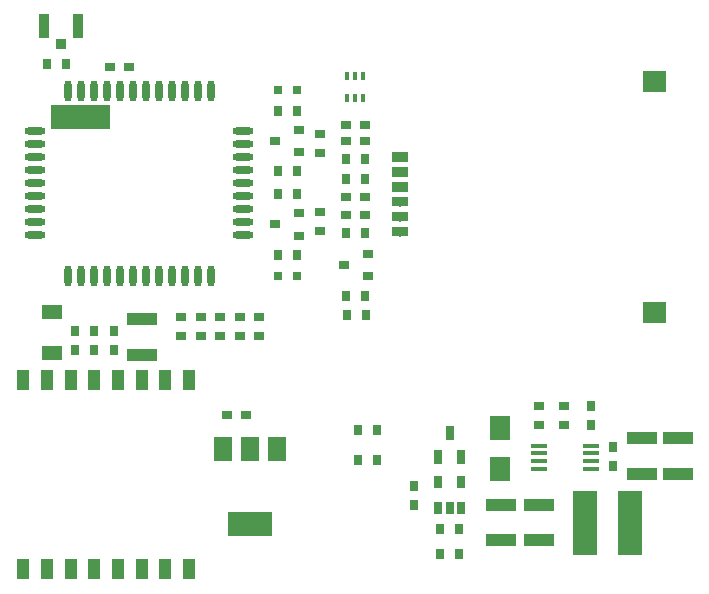
<source format=gtp>
G04 #@! TF.GenerationSoftware,KiCad,Pcbnew,no-vcs-found-23a23d3~58~ubuntu16.04.1*
G04 #@! TF.CreationDate,2017-03-20T15:48:47+07:00*
G04 #@! TF.ProjectId,esp32-cellular-shield,65737033322D63656C6C756C61722D73,rev?*
G04 #@! TF.FileFunction,Paste,Top*
G04 #@! TF.FilePolarity,Positive*
%FSLAX46Y46*%
G04 Gerber Fmt 4.6, Leading zero omitted, Abs format (unit mm)*
G04 Created by KiCad (PCBNEW no-vcs-found-23a23d3~58~ubuntu16.04.1) date Mon Mar 20 15:48:47 2017*
%MOMM*%
%LPD*%
G01*
G04 APERTURE LIST*
%ADD10C,0.100000*%
%ADD11R,1.000000X1.800000*%
%ADD12R,1.100000X1.800000*%
%ADD13R,0.950000X2.100000*%
%ADD14R,0.900000X0.950000*%
%ADD15R,1.699260X2.100580*%
%ADD16R,0.750000X0.900000*%
%ADD17R,0.900000X0.750000*%
%ADD18R,1.700000X1.300000*%
%ADD19R,0.800000X0.900000*%
%ADD20R,0.900000X0.800000*%
%ADD21R,2.500000X1.000000*%
%ADD22R,0.400000X0.650000*%
%ADD23R,0.800000X0.800000*%
%ADD24R,2.148840X5.499100*%
%ADD25R,0.650000X1.060000*%
%ADD26O,0.600000X1.800000*%
%ADD27O,1.800000X0.600000*%
%ADD28C,2.000000*%
%ADD29C,0.800000*%
%ADD30C,1.800000*%
%ADD31R,1.450000X0.450000*%
%ADD32R,1.500000X2.000000*%
%ADD33R,3.800000X2.000000*%
%ADD34R,0.800100X1.200000*%
G04 APERTURE END LIST*
D10*
D11*
X117206000Y-98678000D03*
D12*
X119206000Y-98678000D03*
X121206000Y-98678000D03*
X123206000Y-98678000D03*
X125206000Y-98678000D03*
X127206000Y-98678000D03*
X129206000Y-98678000D03*
X131206000Y-98678000D03*
X131206000Y-82678000D03*
X129206000Y-82678000D03*
X127206000Y-82678000D03*
X125206000Y-82678000D03*
X123206000Y-82678000D03*
X121206000Y-82678000D03*
X119206000Y-82678000D03*
X117206000Y-82678000D03*
D13*
X118921000Y-52705000D03*
X121871000Y-52705000D03*
D14*
X120396000Y-54230000D03*
D15*
X157581600Y-90220800D03*
X157581600Y-86761320D03*
D16*
X123190000Y-80137000D03*
X123190000Y-78537002D03*
X121539000Y-80137000D03*
X121539000Y-78537002D03*
D17*
X144552002Y-68688000D03*
X146152000Y-68688000D03*
D16*
X150253801Y-93218000D03*
X150253801Y-91618002D03*
D18*
X119634000Y-80363000D03*
X119634000Y-76863000D03*
D19*
X120814999Y-55880000D03*
X119215001Y-55880000D03*
X146177400Y-77158900D03*
X144577402Y-77158900D03*
X144552002Y-63989000D03*
X146152000Y-63989000D03*
X146152000Y-65640000D03*
X144552002Y-65640000D03*
X146152000Y-70212000D03*
X144552002Y-70212000D03*
X144551800Y-75584100D03*
X146151798Y-75584100D03*
D20*
X130556000Y-77305001D03*
X130556000Y-78904999D03*
X132207000Y-77305001D03*
X132207000Y-78904999D03*
X137160000Y-77305001D03*
X137160000Y-78904999D03*
X135509000Y-78904999D03*
X135509000Y-77305001D03*
X133858000Y-78904999D03*
X133858000Y-77305001D03*
D19*
X140347999Y-72053500D03*
X138748001Y-72053500D03*
X138748001Y-66948100D03*
X140347999Y-66948100D03*
D20*
X142342000Y-70059499D03*
X142342000Y-68459501D03*
D19*
X154088999Y-97409000D03*
X152489001Y-97409000D03*
X152489001Y-95250000D03*
X154088999Y-95250000D03*
D20*
X162966400Y-84861602D03*
X162966400Y-86461600D03*
D21*
X127254000Y-80518000D03*
X127254000Y-77518000D03*
D16*
X124841000Y-80137000D03*
X124841000Y-78537002D03*
D17*
X144552002Y-67164000D03*
X146152000Y-67164000D03*
X144552002Y-61068000D03*
X146152000Y-61068000D03*
X146152000Y-62465000D03*
X144552002Y-62465000D03*
X124511002Y-56197500D03*
X126111000Y-56197500D03*
D16*
X167132000Y-89928498D03*
X167132000Y-88328500D03*
X165252400Y-84861602D03*
X165252400Y-86461600D03*
D22*
X145923000Y-58801000D03*
X144623000Y-58801000D03*
X145273000Y-56901000D03*
X145273000Y-58801000D03*
X144623000Y-56901000D03*
X145923000Y-56901000D03*
D23*
X138748000Y-73831500D03*
X140348000Y-73831500D03*
X140348000Y-58083500D03*
X138748000Y-58083500D03*
D24*
X164731700Y-94742000D03*
X168592500Y-94742000D03*
D20*
X146380600Y-73856900D03*
X146380600Y-71956900D03*
X144380600Y-72906900D03*
X138548000Y-69488100D03*
X140548000Y-68538100D03*
X140548000Y-70438100D03*
X138548000Y-62401500D03*
X140548000Y-61451500D03*
X140548000Y-63351500D03*
D19*
X138748001Y-59861500D03*
X140347999Y-59861500D03*
X138748001Y-64941500D03*
X140347999Y-64941500D03*
D20*
X142342000Y-63455499D03*
X142342000Y-61855501D03*
X160832800Y-86461600D03*
X160832800Y-84861602D03*
D25*
X152339000Y-91335500D03*
X154239000Y-91335500D03*
X154239000Y-93535500D03*
X153289000Y-93535500D03*
X152339000Y-93535500D03*
D26*
X120950000Y-73850000D03*
X122050000Y-73850000D03*
X123150000Y-73850000D03*
X124250000Y-73850000D03*
X125350000Y-73850000D03*
X126450000Y-73850000D03*
X127550000Y-73850000D03*
X128650000Y-73850000D03*
X129750000Y-73850000D03*
X130850000Y-73850000D03*
X131950000Y-73850000D03*
X133050000Y-73850000D03*
X133050000Y-58150000D03*
X131950000Y-58150000D03*
X130850000Y-58150000D03*
X129750000Y-58150000D03*
X128650000Y-58150000D03*
X127550000Y-58150000D03*
X126450000Y-58150000D03*
X125350000Y-58150000D03*
X124250000Y-58150000D03*
X123150000Y-58150000D03*
X122050000Y-58150000D03*
X120950000Y-58150000D03*
D27*
X118200000Y-70400000D03*
X118200000Y-69300000D03*
X118200000Y-68200000D03*
X118200000Y-67100000D03*
X118200000Y-66000000D03*
X118200000Y-64900000D03*
X118200000Y-63800000D03*
X118200000Y-62700000D03*
X118200000Y-61600000D03*
X135800000Y-66000000D03*
X135800000Y-64900000D03*
X135800000Y-63800000D03*
X135800000Y-62700000D03*
X135800000Y-61600000D03*
X135800000Y-67100000D03*
X135800000Y-70400000D03*
X135800000Y-69300000D03*
X135800000Y-68200000D03*
D28*
X122045000Y-60375000D03*
D10*
G36*
X124520000Y-59375000D02*
X124520000Y-61375000D01*
X119570000Y-61375000D01*
X119570000Y-59375000D01*
X124520000Y-59375000D01*
X124520000Y-59375000D01*
G37*
D29*
X149098000Y-70104000D03*
D10*
G36*
X149798000Y-69704000D02*
X149798000Y-70504000D01*
X148398000Y-70504000D01*
X148398000Y-69704000D01*
X149798000Y-69704000D01*
X149798000Y-69704000D01*
G37*
D29*
X149098000Y-68834000D03*
D10*
G36*
X149798000Y-68434000D02*
X149798000Y-69234000D01*
X148398000Y-69234000D01*
X148398000Y-68434000D01*
X149798000Y-68434000D01*
X149798000Y-68434000D01*
G37*
D29*
X149098000Y-67564000D03*
D10*
G36*
X149798000Y-67164000D02*
X149798000Y-67964000D01*
X148398000Y-67964000D01*
X148398000Y-67164000D01*
X149798000Y-67164000D01*
X149798000Y-67164000D01*
G37*
D29*
X149098000Y-66304000D03*
D10*
G36*
X149798000Y-65904000D02*
X149798000Y-66704000D01*
X148398000Y-66704000D01*
X148398000Y-65904000D01*
X149798000Y-65904000D01*
X149798000Y-65904000D01*
G37*
D29*
X149098000Y-65034000D03*
D10*
G36*
X149798000Y-64634000D02*
X149798000Y-65434000D01*
X148398000Y-65434000D01*
X148398000Y-64634000D01*
X149798000Y-64634000D01*
X149798000Y-64634000D01*
G37*
D29*
X149098000Y-63764000D03*
D10*
G36*
X149798000Y-63364000D02*
X149798000Y-64164000D01*
X148398000Y-64164000D01*
X148398000Y-63364000D01*
X149798000Y-63364000D01*
X149798000Y-63364000D01*
G37*
D30*
X170648000Y-57364000D03*
D10*
G36*
X171648000Y-56464000D02*
X171648000Y-58264000D01*
X169648000Y-58264000D01*
X169648000Y-56464000D01*
X171648000Y-56464000D01*
X171648000Y-56464000D01*
G37*
D30*
X170648000Y-76964000D03*
D10*
G36*
X171648000Y-76064000D02*
X171648000Y-77864000D01*
X169648000Y-77864000D01*
X169648000Y-76064000D01*
X171648000Y-76064000D01*
X171648000Y-76064000D01*
G37*
D21*
X157632400Y-93218000D03*
X157632400Y-96218000D03*
X160832800Y-96218000D03*
X160832800Y-93218000D03*
X172618400Y-90603200D03*
X172618400Y-87603200D03*
X169570400Y-87603200D03*
X169570400Y-90603200D03*
D17*
X136054999Y-85598000D03*
X134455001Y-85598000D03*
D19*
X147103999Y-86868000D03*
X145504001Y-86868000D03*
X145504001Y-89408000D03*
X147103999Y-89408000D03*
D31*
X165232800Y-88220000D03*
X165232800Y-88870000D03*
X165232800Y-89520000D03*
X165232800Y-90170000D03*
X160832800Y-90170000D03*
X160832800Y-89520000D03*
X160832800Y-88870000D03*
X160832800Y-88220000D03*
D32*
X138698000Y-88519000D03*
X134098000Y-88519000D03*
X136398000Y-88519000D03*
D33*
X136398000Y-94819000D03*
D34*
X152350000Y-89150000D03*
X154250000Y-89150000D03*
X153300000Y-87150000D03*
M02*

</source>
